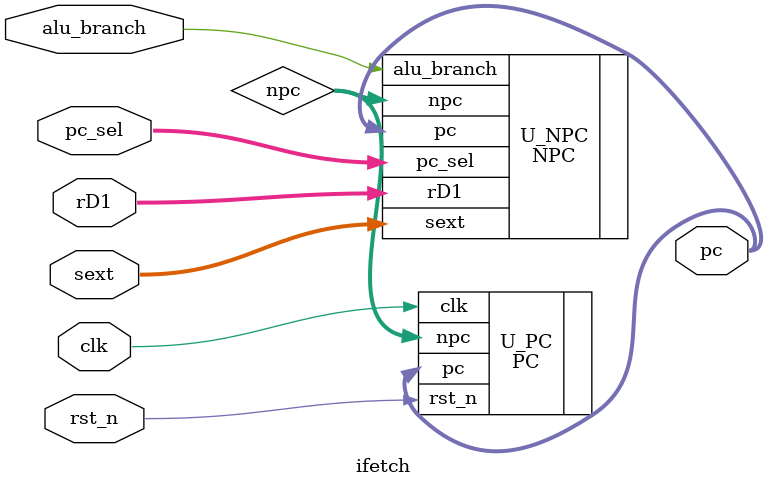
<source format=v>
`timescale 1ns / 1ps


module ifetch(
    input clk,
    input rst_n,
    input alu_branch,  
    input [1:0] pc_sel, 
    input [31:0] sext, 
    input [31:0] rD1,  
    output reg [31:0] pc
    );
    
    reg [31:0] npc;
    
    PC U_PC(
        .clk(clk),
        .rst_n(rst_n),
        .npc(npc),
        .pc(pc)
    ); 
    
    
    
    NPC U_NPC(
        .alu_branch(alu_branch),
        .pc_sel(pc_sel),
        .pc(pc),
        .sext(sext),
        .rD1(rD1),
        .npc(npc)
    );
    
endmodule





</source>
